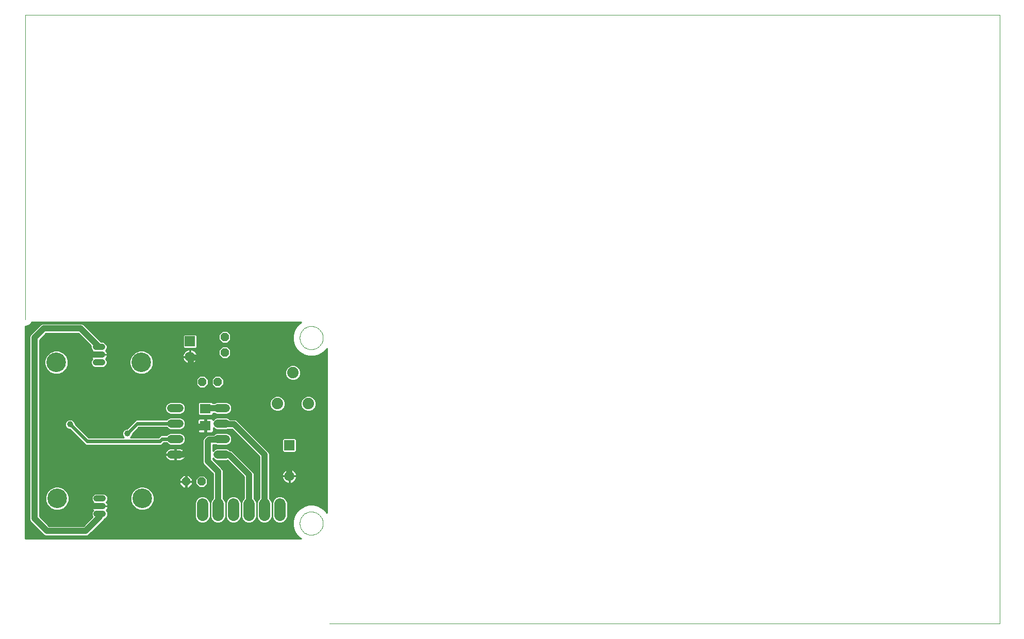
<source format=gtl>
G75*
G70*
%OFA0B0*%
%FSLAX24Y24*%
%IPPOS*%
%LPD*%
%AMOC8*
5,1,8,0,0,1.08239X$1,22.5*
%
%ADD10C,0.0000*%
%ADD11C,0.0520*%
%ADD12C,0.0397*%
%ADD13C,0.1266*%
%ADD14C,0.0740*%
%ADD15C,0.0740*%
%ADD16R,0.0709X0.0630*%
%ADD17C,0.0650*%
%ADD18R,0.0650X0.0650*%
%ADD19OC8,0.0520*%
%ADD20C,0.0240*%
%ADD21C,0.0396*%
%ADD22C,0.0400*%
%ADD23C,0.0100*%
D10*
X017900Y006600D02*
X017902Y006654D01*
X017908Y006708D01*
X017918Y006761D01*
X017931Y006814D01*
X017948Y006865D01*
X017969Y006915D01*
X017994Y006963D01*
X018022Y007010D01*
X018053Y007054D01*
X018087Y007096D01*
X018124Y007135D01*
X018164Y007172D01*
X018207Y007205D01*
X018252Y007236D01*
X018299Y007263D01*
X018347Y007286D01*
X018398Y007306D01*
X018449Y007323D01*
X018502Y007335D01*
X018555Y007344D01*
X018609Y007349D01*
X018664Y007350D01*
X018718Y007347D01*
X018771Y007340D01*
X018824Y007329D01*
X018877Y007315D01*
X018928Y007297D01*
X018977Y007275D01*
X019025Y007250D01*
X019071Y007221D01*
X019115Y007189D01*
X019156Y007154D01*
X019194Y007116D01*
X019230Y007075D01*
X019263Y007032D01*
X019293Y006987D01*
X019319Y006939D01*
X019342Y006890D01*
X019361Y006839D01*
X019376Y006788D01*
X019388Y006735D01*
X019396Y006681D01*
X019400Y006627D01*
X019400Y006573D01*
X019396Y006519D01*
X019388Y006465D01*
X019376Y006412D01*
X019361Y006361D01*
X019342Y006310D01*
X019319Y006261D01*
X019293Y006213D01*
X019263Y006168D01*
X019230Y006125D01*
X019194Y006084D01*
X019156Y006046D01*
X019115Y006011D01*
X019071Y005979D01*
X019025Y005950D01*
X018977Y005925D01*
X018928Y005903D01*
X018877Y005885D01*
X018824Y005871D01*
X018771Y005860D01*
X018718Y005853D01*
X018664Y005850D01*
X018609Y005851D01*
X018555Y005856D01*
X018502Y005865D01*
X018449Y005877D01*
X018398Y005894D01*
X018347Y005914D01*
X018299Y005937D01*
X018252Y005964D01*
X018207Y005995D01*
X018164Y006028D01*
X018124Y006065D01*
X018087Y006104D01*
X018053Y006146D01*
X018022Y006190D01*
X017994Y006237D01*
X017969Y006285D01*
X017948Y006335D01*
X017931Y006386D01*
X017918Y006439D01*
X017908Y006492D01*
X017902Y006546D01*
X017900Y006600D01*
X019835Y000100D02*
X063142Y000100D01*
X063142Y039470D01*
X000150Y039470D01*
X000150Y019785D01*
X017900Y018600D02*
X017902Y018654D01*
X017908Y018708D01*
X017918Y018761D01*
X017931Y018814D01*
X017948Y018865D01*
X017969Y018915D01*
X017994Y018963D01*
X018022Y019010D01*
X018053Y019054D01*
X018087Y019096D01*
X018124Y019135D01*
X018164Y019172D01*
X018207Y019205D01*
X018252Y019236D01*
X018299Y019263D01*
X018347Y019286D01*
X018398Y019306D01*
X018449Y019323D01*
X018502Y019335D01*
X018555Y019344D01*
X018609Y019349D01*
X018664Y019350D01*
X018718Y019347D01*
X018771Y019340D01*
X018824Y019329D01*
X018877Y019315D01*
X018928Y019297D01*
X018977Y019275D01*
X019025Y019250D01*
X019071Y019221D01*
X019115Y019189D01*
X019156Y019154D01*
X019194Y019116D01*
X019230Y019075D01*
X019263Y019032D01*
X019293Y018987D01*
X019319Y018939D01*
X019342Y018890D01*
X019361Y018839D01*
X019376Y018788D01*
X019388Y018735D01*
X019396Y018681D01*
X019400Y018627D01*
X019400Y018573D01*
X019396Y018519D01*
X019388Y018465D01*
X019376Y018412D01*
X019361Y018361D01*
X019342Y018310D01*
X019319Y018261D01*
X019293Y018213D01*
X019263Y018168D01*
X019230Y018125D01*
X019194Y018084D01*
X019156Y018046D01*
X019115Y018011D01*
X019071Y017979D01*
X019025Y017950D01*
X018977Y017925D01*
X018928Y017903D01*
X018877Y017885D01*
X018824Y017871D01*
X018771Y017860D01*
X018718Y017853D01*
X018664Y017850D01*
X018609Y017851D01*
X018555Y017856D01*
X018502Y017865D01*
X018449Y017877D01*
X018398Y017894D01*
X018347Y017914D01*
X018299Y017937D01*
X018252Y017964D01*
X018207Y017995D01*
X018164Y018028D01*
X018124Y018065D01*
X018087Y018104D01*
X018053Y018146D01*
X018022Y018190D01*
X017994Y018237D01*
X017969Y018285D01*
X017948Y018335D01*
X017931Y018386D01*
X017918Y018439D01*
X017908Y018492D01*
X017902Y018546D01*
X017900Y018600D01*
D11*
X013115Y014051D02*
X012595Y014051D01*
X012595Y013051D02*
X013115Y013051D01*
X013115Y012051D02*
X012595Y012051D01*
X012595Y011051D02*
X013115Y011051D01*
X010115Y011051D02*
X009595Y011051D01*
X009595Y012051D02*
X010115Y012051D01*
X010115Y013051D02*
X009595Y013051D01*
X009595Y014051D02*
X010115Y014051D01*
D12*
X005117Y017008D02*
X004720Y017008D01*
X004720Y017508D02*
X005117Y017508D01*
X005117Y018008D02*
X004720Y018008D01*
X004769Y008204D02*
X005166Y008204D01*
X005166Y007704D02*
X004769Y007704D01*
X004769Y007204D02*
X005166Y007204D01*
D13*
X007718Y008204D03*
X002218Y008204D03*
X002168Y017008D03*
X007668Y017008D03*
D14*
X011613Y007845D02*
X011613Y007105D01*
X012613Y007105D02*
X012613Y007845D01*
X013613Y007845D02*
X013613Y007105D01*
X014613Y007105D02*
X014613Y007845D01*
X015613Y007845D02*
X015613Y007105D01*
X016613Y007105D02*
X016613Y007845D01*
D15*
X016462Y014337D03*
X018462Y014337D03*
X017462Y016337D03*
D16*
X011804Y014014D03*
X011804Y012912D03*
D17*
X017228Y009653D03*
X010804Y017376D03*
D18*
X010804Y018376D03*
X017228Y011653D03*
D19*
X011550Y009300D03*
X010550Y009300D03*
X011600Y015750D03*
X012600Y015750D03*
X013050Y017650D03*
X013050Y018650D03*
D20*
X009855Y013051D02*
X007401Y013051D01*
X006750Y012400D01*
X008850Y011900D02*
X004150Y011900D01*
X003050Y013000D01*
X008850Y011900D02*
X009001Y012051D01*
X009855Y012051D01*
D21*
X006750Y012400D03*
X003050Y013000D03*
X004950Y017500D03*
D22*
X004250Y017500D01*
X001450Y014700D01*
X001450Y010521D01*
X004250Y007721D01*
X004950Y007721D01*
X004968Y007704D01*
X004968Y007204D02*
X004968Y007018D01*
X004050Y006100D01*
X001550Y006100D01*
X000750Y006900D01*
X000750Y018600D01*
X001350Y019200D01*
X003726Y019200D01*
X004918Y018008D01*
X010804Y017376D02*
X010850Y017330D01*
X010850Y013200D01*
X011200Y012850D01*
X011400Y012850D01*
X011742Y012850D01*
X011804Y012912D01*
X011400Y012850D02*
X010900Y012350D01*
X010900Y011600D01*
X010351Y011051D01*
X009855Y011051D01*
X011950Y010600D02*
X011950Y011900D01*
X012050Y012000D01*
X012804Y012000D01*
X012855Y012051D01*
X012906Y013000D02*
X012855Y013051D01*
X012906Y013000D02*
X013650Y013000D01*
X015613Y011037D01*
X015613Y007475D01*
X014613Y007475D02*
X014613Y009737D01*
X013350Y011000D01*
X012906Y011000D01*
X012855Y011051D01*
X011950Y010600D02*
X012613Y009937D01*
X012613Y007475D01*
X017228Y009653D02*
X017228Y010322D01*
X016350Y011200D01*
X016350Y012200D01*
X013750Y014800D01*
X013750Y015700D01*
X013150Y016300D01*
X013150Y016400D01*
X012250Y017300D01*
X010880Y017300D01*
X010804Y017376D01*
X011841Y014051D02*
X011804Y014014D01*
X011841Y014051D02*
X012855Y014051D01*
D23*
X017982Y005600D02*
X000150Y005600D01*
X000150Y019335D01*
X000240Y019335D01*
X000405Y019404D01*
X000531Y019530D01*
X000560Y019600D01*
X017982Y019600D01*
X017913Y019560D01*
X017690Y019337D01*
X017532Y019063D01*
X017450Y018758D01*
X017450Y018442D01*
X017532Y018137D01*
X017690Y017863D01*
X017913Y017640D01*
X018187Y017482D01*
X018492Y017400D01*
X018808Y017400D01*
X019113Y017482D01*
X019387Y017640D01*
X019610Y017863D01*
X019650Y017932D01*
X019650Y007268D01*
X019610Y007337D01*
X019387Y007560D01*
X019113Y007718D01*
X018808Y007800D01*
X018492Y007800D01*
X018187Y007718D01*
X017913Y007560D01*
X017690Y007337D01*
X017532Y007063D01*
X017450Y006758D01*
X017450Y006442D01*
X017532Y006137D01*
X017690Y005863D01*
X017913Y005640D01*
X017982Y005600D01*
X017954Y005616D02*
X000150Y005616D01*
X000150Y005715D02*
X017838Y005715D01*
X017740Y005813D02*
X004219Y005813D01*
X004237Y005820D02*
X004330Y005913D01*
X005247Y006831D01*
X005273Y006892D01*
X005352Y006925D01*
X005445Y007018D01*
X005495Y007138D01*
X005495Y007269D01*
X005445Y007390D01*
X005395Y007439D01*
X005437Y007481D01*
X005475Y007539D01*
X005501Y007602D01*
X005515Y007669D01*
X005515Y007704D01*
X005515Y007738D01*
X005501Y007805D01*
X005475Y007869D01*
X005437Y007926D01*
X005395Y007968D01*
X005445Y008018D01*
X005495Y008138D01*
X005495Y008269D01*
X005445Y008390D01*
X005352Y008482D01*
X005231Y008532D01*
X004704Y008532D01*
X004583Y008482D01*
X004491Y008390D01*
X004441Y008269D01*
X004441Y008138D01*
X004491Y008018D01*
X004541Y007968D01*
X004499Y007926D01*
X004461Y007869D01*
X004434Y007805D01*
X004421Y007738D01*
X004421Y007704D01*
X004968Y007704D01*
X005515Y007704D01*
X004968Y007704D01*
X004968Y007704D01*
X004968Y007704D01*
X004421Y007704D01*
X004421Y007669D01*
X004434Y007602D01*
X004461Y007539D01*
X004499Y007481D01*
X004541Y007439D01*
X004491Y007390D01*
X004441Y007269D01*
X004441Y007138D01*
X004491Y007018D01*
X004496Y007013D01*
X003913Y006430D01*
X001687Y006430D01*
X001080Y007037D01*
X001080Y018463D01*
X001487Y018870D01*
X003590Y018870D01*
X004391Y018068D01*
X004391Y017943D01*
X004441Y017822D01*
X004491Y017772D01*
X004449Y017730D01*
X004411Y017673D01*
X004385Y017610D01*
X004371Y017543D01*
X004371Y017508D01*
X004371Y017474D01*
X004385Y017407D01*
X004411Y017343D01*
X004449Y017286D01*
X004491Y017244D01*
X004441Y017194D01*
X004391Y017074D01*
X004391Y016943D01*
X004441Y016822D01*
X004534Y016730D01*
X004654Y016680D01*
X005182Y016680D01*
X005303Y016730D01*
X005395Y016822D01*
X005445Y016943D01*
X005445Y017074D01*
X005395Y017194D01*
X005345Y017244D01*
X005387Y017286D01*
X005425Y017343D01*
X005452Y017407D01*
X005465Y017474D01*
X005465Y017508D01*
X004918Y017508D01*
X004371Y017508D01*
X004918Y017508D01*
X004918Y017508D01*
X004918Y017508D01*
X005465Y017508D01*
X005465Y017543D01*
X005452Y017610D01*
X005425Y017673D01*
X005387Y017730D01*
X005345Y017772D01*
X005395Y017822D01*
X005445Y017943D01*
X005445Y018074D01*
X005395Y018194D01*
X005303Y018287D01*
X005182Y018337D01*
X005056Y018337D01*
X003913Y019480D01*
X003792Y019530D01*
X001284Y019530D01*
X001163Y019480D01*
X001070Y019387D01*
X000470Y018787D01*
X000420Y018666D01*
X000420Y006834D01*
X000470Y006713D01*
X000563Y006620D01*
X001363Y005820D01*
X001484Y005770D01*
X004116Y005770D01*
X004237Y005820D01*
X004328Y005912D02*
X017662Y005912D01*
X017605Y006010D02*
X004427Y006010D01*
X004525Y006109D02*
X017548Y006109D01*
X017513Y006207D02*
X004624Y006207D01*
X004722Y006306D02*
X017487Y006306D01*
X017460Y006404D02*
X004821Y006404D01*
X004919Y006503D02*
X017450Y006503D01*
X017450Y006601D02*
X005018Y006601D01*
X005116Y006700D02*
X011311Y006700D01*
X011329Y006681D02*
X011513Y006605D01*
X011712Y006605D01*
X011896Y006681D01*
X012036Y006822D01*
X012113Y007005D01*
X012189Y006822D01*
X012329Y006681D01*
X012513Y006605D01*
X012712Y006605D01*
X012896Y006681D01*
X013036Y006822D01*
X013113Y007005D01*
X013189Y006822D01*
X013329Y006681D01*
X013513Y006605D01*
X013712Y006605D01*
X013896Y006681D01*
X014036Y006822D01*
X014113Y007005D01*
X014189Y006822D01*
X014329Y006681D01*
X014513Y006605D01*
X014712Y006605D01*
X014896Y006681D01*
X015036Y006822D01*
X015113Y007005D01*
X015189Y006822D01*
X015329Y006681D01*
X015513Y006605D01*
X015712Y006605D01*
X015896Y006681D01*
X016036Y006822D01*
X016113Y007005D01*
X016189Y006822D01*
X016329Y006681D01*
X016513Y006605D01*
X016712Y006605D01*
X016896Y006681D01*
X017036Y006822D01*
X017113Y007005D01*
X017113Y007944D01*
X017036Y008128D01*
X016896Y008269D01*
X016712Y008345D01*
X016513Y008345D01*
X016329Y008269D01*
X016189Y008128D01*
X016113Y007944D01*
X016113Y007005D01*
X016113Y007944D01*
X016036Y008128D01*
X015943Y008222D01*
X015943Y011103D01*
X015892Y011224D01*
X013930Y013187D01*
X013837Y013280D01*
X013716Y013330D01*
X013387Y013330D01*
X013336Y013382D01*
X013192Y013441D01*
X012517Y013441D01*
X012374Y013382D01*
X012290Y013298D01*
X012278Y013319D01*
X012250Y013347D01*
X012216Y013367D01*
X012178Y013377D01*
X011854Y013377D01*
X011854Y012962D01*
X011754Y012962D01*
X011754Y013377D01*
X011429Y013377D01*
X011391Y013367D01*
X011357Y013347D01*
X011329Y013319D01*
X011309Y013285D01*
X011299Y013247D01*
X011299Y012962D01*
X011754Y012962D01*
X011754Y012862D01*
X011854Y012862D01*
X011854Y012447D01*
X012178Y012447D01*
X012216Y012457D01*
X012250Y012477D01*
X012278Y012505D01*
X012298Y012539D01*
X012308Y012577D01*
X012308Y012786D01*
X012374Y012721D01*
X012517Y012661D01*
X013192Y012661D01*
X013214Y012670D01*
X013513Y012670D01*
X015283Y010901D01*
X015283Y008222D01*
X015189Y008128D01*
X015113Y007944D01*
X015113Y007005D01*
X015113Y007944D01*
X015036Y008128D01*
X014943Y008222D01*
X014943Y009803D01*
X014892Y009924D01*
X013630Y011187D01*
X013537Y011280D01*
X013416Y011330D01*
X013387Y011330D01*
X013336Y011382D01*
X013192Y011441D01*
X012517Y011441D01*
X012374Y011382D01*
X012280Y011288D01*
X012280Y011670D01*
X012496Y011670D01*
X012517Y011661D01*
X013192Y011661D01*
X013336Y011721D01*
X013445Y011830D01*
X013505Y011974D01*
X013505Y012129D01*
X013445Y012272D01*
X013336Y012382D01*
X013192Y012441D01*
X012517Y012441D01*
X012374Y012382D01*
X012322Y012330D01*
X011984Y012330D01*
X011863Y012280D01*
X011770Y012187D01*
X011670Y012087D01*
X011620Y011966D01*
X011620Y010534D01*
X011670Y010413D01*
X011763Y010320D01*
X012283Y009801D01*
X012283Y008222D01*
X012189Y008128D01*
X012113Y007944D01*
X012113Y007005D01*
X012113Y007944D01*
X012036Y008128D01*
X011896Y008269D01*
X011712Y008345D01*
X011513Y008345D01*
X011329Y008269D01*
X011189Y008128D01*
X011113Y007944D01*
X011113Y007005D01*
X011189Y006822D01*
X011329Y006681D01*
X011212Y006798D02*
X005215Y006798D01*
X005283Y006897D02*
X011158Y006897D01*
X011117Y006995D02*
X005422Y006995D01*
X005476Y007094D02*
X011113Y007094D01*
X011113Y007192D02*
X005495Y007192D01*
X005486Y007291D02*
X011113Y007291D01*
X011113Y007389D02*
X005445Y007389D01*
X005441Y007488D02*
X007452Y007488D01*
X007566Y007440D02*
X007870Y007440D01*
X008150Y007557D01*
X008365Y007771D01*
X008481Y008052D01*
X008481Y008355D01*
X008365Y008636D01*
X008150Y008850D01*
X007870Y008967D01*
X007566Y008967D01*
X007285Y008850D01*
X007071Y008636D01*
X006955Y008355D01*
X006955Y008052D01*
X007071Y007771D01*
X007285Y007557D01*
X007566Y007440D01*
X007256Y007586D02*
X005495Y007586D01*
X005515Y007685D02*
X007158Y007685D01*
X007066Y007783D02*
X005506Y007783D01*
X005466Y007882D02*
X007025Y007882D01*
X006984Y007980D02*
X005407Y007980D01*
X005470Y008079D02*
X006955Y008079D01*
X006955Y008177D02*
X005495Y008177D01*
X005492Y008276D02*
X006955Y008276D01*
X006962Y008374D02*
X005451Y008374D01*
X005362Y008473D02*
X007003Y008473D01*
X007044Y008571D02*
X002891Y008571D01*
X002865Y008636D02*
X002650Y008850D01*
X002370Y008967D01*
X002066Y008967D01*
X001785Y008850D01*
X001571Y008636D01*
X001455Y008355D01*
X001455Y008052D01*
X001571Y007771D01*
X001785Y007557D01*
X002066Y007440D01*
X002370Y007440D01*
X002650Y007557D01*
X002865Y007771D01*
X002981Y008052D01*
X002981Y008355D01*
X002865Y008636D01*
X002831Y008670D02*
X007105Y008670D01*
X007203Y008768D02*
X002732Y008768D01*
X002611Y008867D02*
X007324Y008867D01*
X007562Y008965D02*
X002373Y008965D01*
X002062Y008965D02*
X001080Y008965D01*
X001080Y008867D02*
X001824Y008867D01*
X001703Y008768D02*
X001080Y008768D01*
X001080Y008670D02*
X001605Y008670D01*
X001544Y008571D02*
X001080Y008571D01*
X001080Y008473D02*
X001503Y008473D01*
X001462Y008374D02*
X001080Y008374D01*
X001080Y008276D02*
X001455Y008276D01*
X001455Y008177D02*
X001080Y008177D01*
X001080Y008079D02*
X001455Y008079D01*
X001484Y007980D02*
X001080Y007980D01*
X001080Y007882D02*
X001525Y007882D01*
X001566Y007783D02*
X001080Y007783D01*
X001080Y007685D02*
X001658Y007685D01*
X001756Y007586D02*
X001080Y007586D01*
X001080Y007488D02*
X001952Y007488D01*
X002483Y007488D02*
X004495Y007488D01*
X004491Y007389D02*
X001080Y007389D01*
X001080Y007291D02*
X004450Y007291D01*
X004441Y007192D02*
X001080Y007192D01*
X001080Y007094D02*
X004459Y007094D01*
X004478Y006995D02*
X001122Y006995D01*
X001220Y006897D02*
X004380Y006897D01*
X004281Y006798D02*
X001319Y006798D01*
X001417Y006700D02*
X004183Y006700D01*
X004084Y006601D02*
X001516Y006601D01*
X001614Y006503D02*
X003986Y006503D01*
X004441Y007586D02*
X002679Y007586D01*
X002778Y007685D02*
X004421Y007685D01*
X004430Y007783D02*
X002869Y007783D01*
X002910Y007882D02*
X004469Y007882D01*
X004528Y007980D02*
X002951Y007980D01*
X002981Y008079D02*
X004466Y008079D01*
X004441Y008177D02*
X002981Y008177D01*
X002981Y008276D02*
X004444Y008276D01*
X004484Y008374D02*
X002973Y008374D01*
X002932Y008473D02*
X004574Y008473D01*
X007873Y008965D02*
X010305Y008965D01*
X010380Y008890D02*
X010520Y008890D01*
X010520Y009270D01*
X010580Y009270D01*
X010580Y009330D01*
X010960Y009330D01*
X010960Y009470D01*
X010720Y009710D01*
X010580Y009710D01*
X010580Y009330D01*
X010520Y009330D01*
X010520Y009710D01*
X010380Y009710D01*
X010140Y009470D01*
X010140Y009330D01*
X010520Y009330D01*
X010520Y009270D01*
X010140Y009270D01*
X010140Y009130D01*
X010380Y008890D01*
X010520Y008965D02*
X010580Y008965D01*
X010580Y008890D02*
X010720Y008890D01*
X010960Y009130D01*
X010960Y009270D01*
X010580Y009270D01*
X010580Y008890D01*
X010580Y009064D02*
X010520Y009064D01*
X010520Y009162D02*
X010580Y009162D01*
X010580Y009261D02*
X010520Y009261D01*
X010520Y009359D02*
X010580Y009359D01*
X010580Y009458D02*
X010520Y009458D01*
X010520Y009556D02*
X010580Y009556D01*
X010580Y009655D02*
X010520Y009655D01*
X010325Y009655D02*
X001080Y009655D01*
X001080Y009753D02*
X012283Y009753D01*
X012283Y009655D02*
X011747Y009655D01*
X011712Y009690D02*
X011388Y009690D01*
X011160Y009462D01*
X011160Y009138D01*
X011388Y008910D01*
X011712Y008910D01*
X011940Y009138D01*
X011940Y009462D01*
X011712Y009690D01*
X011846Y009556D02*
X012283Y009556D01*
X012283Y009458D02*
X011940Y009458D01*
X011940Y009359D02*
X012283Y009359D01*
X012283Y009261D02*
X011940Y009261D01*
X011940Y009162D02*
X012283Y009162D01*
X012283Y009064D02*
X011865Y009064D01*
X011767Y008965D02*
X012283Y008965D01*
X012283Y008867D02*
X008111Y008867D01*
X008232Y008768D02*
X012283Y008768D01*
X012283Y008670D02*
X008331Y008670D01*
X008391Y008571D02*
X012283Y008571D01*
X012283Y008473D02*
X008432Y008473D01*
X008473Y008374D02*
X012283Y008374D01*
X012283Y008276D02*
X011879Y008276D01*
X011987Y008177D02*
X012238Y008177D01*
X012168Y008079D02*
X012057Y008079D01*
X012098Y007980D02*
X012127Y007980D01*
X012113Y007882D02*
X012113Y007882D01*
X012113Y007783D02*
X012113Y007783D01*
X012113Y007685D02*
X012113Y007685D01*
X012113Y007586D02*
X012113Y007586D01*
X012113Y007488D02*
X012113Y007488D01*
X012113Y007389D02*
X012113Y007389D01*
X012113Y007291D02*
X012113Y007291D01*
X012113Y007192D02*
X012113Y007192D01*
X012113Y007094D02*
X012113Y007094D01*
X012108Y006995D02*
X012117Y006995D01*
X012158Y006897D02*
X012068Y006897D01*
X012013Y006798D02*
X012212Y006798D01*
X012311Y006700D02*
X011914Y006700D01*
X012914Y006700D02*
X013311Y006700D01*
X013212Y006798D02*
X013013Y006798D01*
X013068Y006897D02*
X013158Y006897D01*
X013117Y006995D02*
X013108Y006995D01*
X013113Y007005D02*
X013113Y007944D01*
X013113Y007005D01*
X013113Y007094D02*
X013113Y007094D01*
X013113Y007192D02*
X013113Y007192D01*
X013113Y007291D02*
X013113Y007291D01*
X013113Y007389D02*
X013113Y007389D01*
X013113Y007488D02*
X013113Y007488D01*
X013113Y007586D02*
X013113Y007586D01*
X013113Y007685D02*
X013113Y007685D01*
X013113Y007783D02*
X013113Y007783D01*
X013113Y007882D02*
X013113Y007882D01*
X013113Y007944D02*
X013189Y008128D01*
X013329Y008269D01*
X013513Y008345D01*
X013712Y008345D01*
X013896Y008269D01*
X014036Y008128D01*
X014113Y007944D01*
X014113Y007005D01*
X014113Y007944D01*
X014189Y008128D01*
X014283Y008222D01*
X014283Y009601D01*
X013213Y010670D01*
X013192Y010661D01*
X012517Y010661D01*
X012374Y010721D01*
X012280Y010814D01*
X012280Y010737D01*
X012892Y010124D01*
X012943Y010003D01*
X012943Y008222D01*
X013036Y008128D01*
X013113Y007944D01*
X013127Y007980D02*
X013098Y007980D01*
X013057Y008079D02*
X013168Y008079D01*
X013238Y008177D02*
X012987Y008177D01*
X012943Y008276D02*
X013346Y008276D01*
X012943Y008374D02*
X014283Y008374D01*
X014283Y008276D02*
X013879Y008276D01*
X013987Y008177D02*
X014238Y008177D01*
X014168Y008079D02*
X014057Y008079D01*
X014098Y007980D02*
X014127Y007980D01*
X014113Y007882D02*
X014113Y007882D01*
X014113Y007783D02*
X014113Y007783D01*
X014113Y007685D02*
X014113Y007685D01*
X014113Y007586D02*
X014113Y007586D01*
X014113Y007488D02*
X014113Y007488D01*
X014113Y007389D02*
X014113Y007389D01*
X014113Y007291D02*
X014113Y007291D01*
X014113Y007192D02*
X014113Y007192D01*
X014113Y007094D02*
X014113Y007094D01*
X014108Y006995D02*
X014117Y006995D01*
X014158Y006897D02*
X014068Y006897D01*
X014013Y006798D02*
X014212Y006798D01*
X014311Y006700D02*
X013914Y006700D01*
X014914Y006700D02*
X015311Y006700D01*
X015212Y006798D02*
X015013Y006798D01*
X015068Y006897D02*
X015158Y006897D01*
X015117Y006995D02*
X015108Y006995D01*
X015113Y007094D02*
X015113Y007094D01*
X015113Y007192D02*
X015113Y007192D01*
X015113Y007291D02*
X015113Y007291D01*
X015113Y007389D02*
X015113Y007389D01*
X015113Y007488D02*
X015113Y007488D01*
X015113Y007586D02*
X015113Y007586D01*
X015113Y007685D02*
X015113Y007685D01*
X015113Y007783D02*
X015113Y007783D01*
X015113Y007882D02*
X015113Y007882D01*
X015127Y007980D02*
X015098Y007980D01*
X015057Y008079D02*
X015168Y008079D01*
X015238Y008177D02*
X014987Y008177D01*
X014943Y008276D02*
X015283Y008276D01*
X015283Y008374D02*
X014943Y008374D01*
X014943Y008473D02*
X015283Y008473D01*
X015283Y008571D02*
X014943Y008571D01*
X014943Y008670D02*
X015283Y008670D01*
X015283Y008768D02*
X014943Y008768D01*
X014943Y008867D02*
X015283Y008867D01*
X015283Y008965D02*
X014943Y008965D01*
X014943Y009064D02*
X015283Y009064D01*
X015283Y009162D02*
X014943Y009162D01*
X014943Y009261D02*
X015283Y009261D01*
X015283Y009359D02*
X014943Y009359D01*
X014943Y009458D02*
X015283Y009458D01*
X015283Y009556D02*
X014943Y009556D01*
X014943Y009655D02*
X015283Y009655D01*
X015283Y009753D02*
X014943Y009753D01*
X014923Y009852D02*
X015283Y009852D01*
X015283Y009950D02*
X014867Y009950D01*
X014768Y010049D02*
X015283Y010049D01*
X015283Y010147D02*
X014670Y010147D01*
X014571Y010246D02*
X015283Y010246D01*
X015283Y010344D02*
X014473Y010344D01*
X014374Y010443D02*
X015283Y010443D01*
X015283Y010541D02*
X014276Y010541D01*
X014177Y010640D02*
X015283Y010640D01*
X015283Y010738D02*
X014079Y010738D01*
X013980Y010837D02*
X015283Y010837D01*
X015248Y010935D02*
X013882Y010935D01*
X013783Y011034D02*
X015150Y011034D01*
X015051Y011132D02*
X013685Y011132D01*
X013586Y011231D02*
X014953Y011231D01*
X014854Y011329D02*
X013418Y011329D01*
X013225Y011428D02*
X014756Y011428D01*
X014657Y011526D02*
X012280Y011526D01*
X012280Y011428D02*
X012484Y011428D01*
X012321Y011329D02*
X012280Y011329D01*
X012280Y011625D02*
X014559Y011625D01*
X014460Y011723D02*
X013338Y011723D01*
X013437Y011822D02*
X014362Y011822D01*
X014263Y011920D02*
X013483Y011920D01*
X013505Y012019D02*
X014165Y012019D01*
X014066Y012117D02*
X013505Y012117D01*
X013469Y012216D02*
X013968Y012216D01*
X013869Y012314D02*
X013403Y012314D01*
X013261Y012413D02*
X013771Y012413D01*
X013672Y012511D02*
X012282Y012511D01*
X012308Y012610D02*
X013574Y012610D01*
X014113Y013004D02*
X019650Y013004D01*
X019650Y013102D02*
X014015Y013102D01*
X013916Y013201D02*
X019650Y013201D01*
X019650Y013299D02*
X013790Y013299D01*
X013298Y013398D02*
X019650Y013398D01*
X019650Y013496D02*
X001080Y013496D01*
X001080Y013398D02*
X009412Y013398D01*
X009374Y013382D02*
X009293Y013301D01*
X007351Y013301D01*
X007260Y013263D01*
X006725Y012728D01*
X006685Y012728D01*
X006564Y012678D01*
X006472Y012586D01*
X006422Y012465D01*
X006422Y012335D01*
X006472Y012214D01*
X006536Y012150D01*
X004254Y012150D01*
X003378Y013025D01*
X003378Y013065D01*
X003328Y013186D01*
X003236Y013278D01*
X003115Y013328D01*
X002985Y013328D01*
X002864Y013278D01*
X002772Y013186D01*
X002722Y013065D01*
X002722Y012935D01*
X002772Y012814D01*
X002864Y012722D01*
X002985Y012672D01*
X003025Y012672D01*
X004008Y011688D01*
X004100Y011650D01*
X008900Y011650D01*
X008992Y011688D01*
X009062Y011758D01*
X009105Y011801D01*
X009293Y011801D01*
X009374Y011721D01*
X009517Y011661D01*
X010192Y011661D01*
X010336Y011721D01*
X010445Y011830D01*
X010505Y011974D01*
X010505Y012129D01*
X010445Y012272D01*
X010336Y012382D01*
X010192Y012441D01*
X009517Y012441D01*
X009374Y012382D01*
X009293Y012301D01*
X008951Y012301D01*
X008860Y012263D01*
X008746Y012150D01*
X006964Y012150D01*
X007028Y012214D01*
X007078Y012335D01*
X007078Y012375D01*
X007505Y012801D01*
X009293Y012801D01*
X009374Y012721D01*
X009517Y012661D01*
X010192Y012661D01*
X010336Y012721D01*
X010445Y012830D01*
X010505Y012974D01*
X010505Y013129D01*
X010445Y013272D01*
X010336Y013382D01*
X010192Y013441D01*
X009517Y013441D01*
X009374Y013382D01*
X009517Y013661D02*
X009374Y013721D01*
X009264Y013830D01*
X009205Y013974D01*
X009205Y014129D01*
X009264Y014272D01*
X009374Y014382D01*
X009517Y014441D01*
X010192Y014441D01*
X010336Y014382D01*
X010445Y014272D01*
X010505Y014129D01*
X010505Y013974D01*
X010445Y013830D01*
X010336Y013721D01*
X010192Y013661D01*
X009517Y013661D01*
X009440Y013693D02*
X001080Y013693D01*
X001080Y013595D02*
X011370Y013595D01*
X011395Y013569D02*
X011319Y013645D01*
X011319Y014383D01*
X011395Y014459D01*
X012212Y014459D01*
X012288Y014383D01*
X012288Y014381D01*
X012373Y014381D01*
X012374Y014382D01*
X012517Y014441D01*
X013192Y014441D01*
X013336Y014382D01*
X013445Y014272D01*
X013505Y014129D01*
X013505Y013974D01*
X013445Y013830D01*
X013336Y013721D01*
X013192Y013661D01*
X012517Y013661D01*
X012374Y013721D01*
X012373Y013721D01*
X012288Y013721D01*
X012288Y013645D01*
X012212Y013569D01*
X011395Y013569D01*
X011319Y013693D02*
X010269Y013693D01*
X010407Y013792D02*
X011319Y013792D01*
X011319Y013890D02*
X010470Y013890D01*
X010505Y013989D02*
X011319Y013989D01*
X011319Y014087D02*
X010505Y014087D01*
X010481Y014186D02*
X011319Y014186D01*
X011319Y014284D02*
X010433Y014284D01*
X010334Y014383D02*
X011319Y014383D01*
X012288Y014383D02*
X012376Y014383D01*
X012440Y013693D02*
X012288Y013693D01*
X012237Y013595D02*
X019650Y013595D01*
X019650Y013693D02*
X013269Y013693D01*
X013407Y013792D02*
X019650Y013792D01*
X019650Y013890D02*
X018689Y013890D01*
X018745Y013914D02*
X018886Y014054D01*
X018962Y014238D01*
X018962Y014437D01*
X018886Y014621D01*
X018745Y014761D01*
X018562Y014837D01*
X018363Y014837D01*
X018179Y014761D01*
X018038Y014621D01*
X017962Y014437D01*
X017962Y014238D01*
X018038Y014054D01*
X018179Y013914D01*
X018363Y013837D01*
X018562Y013837D01*
X018745Y013914D01*
X018820Y013989D02*
X019650Y013989D01*
X019650Y014087D02*
X018900Y014087D01*
X018940Y014186D02*
X019650Y014186D01*
X019650Y014284D02*
X018962Y014284D01*
X018962Y014383D02*
X019650Y014383D01*
X019650Y014481D02*
X018944Y014481D01*
X018903Y014580D02*
X019650Y014580D01*
X019650Y014678D02*
X018829Y014678D01*
X018709Y014777D02*
X019650Y014777D01*
X019650Y014875D02*
X001080Y014875D01*
X001080Y014777D02*
X016216Y014777D01*
X016179Y014761D02*
X016038Y014621D01*
X015962Y014437D01*
X015962Y014238D01*
X016038Y014054D01*
X016179Y013914D01*
X016363Y013837D01*
X016562Y013837D01*
X016745Y013914D01*
X016886Y014054D01*
X016962Y014238D01*
X016962Y014437D01*
X016886Y014621D01*
X016745Y014761D01*
X016562Y014837D01*
X016363Y014837D01*
X016179Y014761D01*
X016096Y014678D02*
X001080Y014678D01*
X001080Y014580D02*
X016021Y014580D01*
X015981Y014481D02*
X001080Y014481D01*
X001080Y014383D02*
X009376Y014383D01*
X009276Y014284D02*
X001080Y014284D01*
X001080Y014186D02*
X009228Y014186D01*
X009205Y014087D02*
X001080Y014087D01*
X001080Y013989D02*
X009205Y013989D01*
X009239Y013890D02*
X001080Y013890D01*
X001080Y013792D02*
X009303Y013792D01*
X010298Y013398D02*
X012412Y013398D01*
X012291Y013299D02*
X012289Y013299D01*
X011854Y013299D02*
X011754Y013299D01*
X011754Y013201D02*
X011854Y013201D01*
X011854Y013102D02*
X011754Y013102D01*
X011754Y013004D02*
X011854Y013004D01*
X011754Y012905D02*
X010476Y012905D01*
X010505Y013004D02*
X011299Y013004D01*
X011299Y013102D02*
X010505Y013102D01*
X010475Y013201D02*
X011299Y013201D01*
X011318Y013299D02*
X010418Y013299D01*
X010422Y012807D02*
X011299Y012807D01*
X011299Y012862D02*
X011299Y012577D01*
X011309Y012539D01*
X011329Y012505D01*
X011357Y012477D01*
X011391Y012457D01*
X011429Y012447D01*
X011754Y012447D01*
X011754Y012862D01*
X011299Y012862D01*
X011299Y012708D02*
X010305Y012708D01*
X010261Y012413D02*
X012448Y012413D01*
X012404Y012708D02*
X012308Y012708D01*
X011854Y012708D02*
X011754Y012708D01*
X011754Y012610D02*
X011854Y012610D01*
X011854Y012511D02*
X011754Y012511D01*
X011946Y012314D02*
X010403Y012314D01*
X010469Y012216D02*
X011799Y012216D01*
X011700Y012117D02*
X010505Y012117D01*
X010505Y012019D02*
X011642Y012019D01*
X011620Y011920D02*
X010483Y011920D01*
X010437Y011822D02*
X011620Y011822D01*
X011620Y011723D02*
X010338Y011723D01*
X010272Y011431D02*
X010211Y011451D01*
X010147Y011461D01*
X009885Y011461D01*
X009885Y011081D01*
X010525Y011081D01*
X010525Y011083D01*
X010515Y011147D01*
X010495Y011209D01*
X010465Y011266D01*
X010427Y011318D01*
X010382Y011364D01*
X010330Y011402D01*
X010272Y011431D01*
X010279Y011428D02*
X011620Y011428D01*
X011620Y011526D02*
X001080Y011526D01*
X001080Y011428D02*
X009430Y011428D01*
X009437Y011431D02*
X009380Y011402D01*
X009328Y011364D01*
X009282Y011318D01*
X009244Y011266D01*
X009215Y011209D01*
X009195Y011147D01*
X009185Y011083D01*
X009185Y011081D01*
X009825Y011081D01*
X009825Y011461D01*
X009562Y011461D01*
X009499Y011451D01*
X009437Y011431D01*
X009293Y011329D02*
X001080Y011329D01*
X001080Y011231D02*
X009226Y011231D01*
X009192Y011132D02*
X001080Y011132D01*
X001080Y011034D02*
X009825Y011034D01*
X009825Y011021D02*
X009185Y011021D01*
X009185Y011019D01*
X009195Y010955D01*
X009215Y010894D01*
X009244Y010836D01*
X009282Y010784D01*
X009328Y010738D01*
X001080Y010738D01*
X001080Y010640D02*
X011620Y010640D01*
X011620Y010738D02*
X010381Y010738D01*
X010382Y010738D02*
X010427Y010784D01*
X010465Y010836D01*
X010495Y010894D01*
X010515Y010955D01*
X010525Y011019D01*
X010525Y011021D01*
X009885Y011021D01*
X009885Y011081D01*
X009825Y011081D01*
X009825Y011021D01*
X009885Y011021D01*
X009885Y010641D01*
X010147Y010641D01*
X010211Y010651D01*
X010272Y010671D01*
X010330Y010701D01*
X010382Y010738D01*
X010466Y010837D02*
X011620Y010837D01*
X011620Y010935D02*
X010508Y010935D01*
X010517Y011132D02*
X011620Y011132D01*
X011620Y011034D02*
X009885Y011034D01*
X009825Y011021D02*
X009825Y010641D01*
X009562Y010641D01*
X009499Y010651D01*
X009437Y010671D01*
X009380Y010701D01*
X009328Y010738D01*
X009244Y010837D02*
X001080Y010837D01*
X001080Y010935D02*
X009201Y010935D01*
X009825Y010935D02*
X009885Y010935D01*
X009885Y010837D02*
X009825Y010837D01*
X009825Y010738D02*
X009885Y010738D01*
X009885Y011132D02*
X009825Y011132D01*
X009825Y011231D02*
X009885Y011231D01*
X009885Y011329D02*
X009825Y011329D01*
X009825Y011428D02*
X009885Y011428D01*
X010417Y011329D02*
X011620Y011329D01*
X011620Y011231D02*
X010483Y011231D01*
X011620Y011625D02*
X001080Y011625D01*
X001080Y011723D02*
X003973Y011723D01*
X003875Y011822D02*
X001080Y011822D01*
X001080Y011920D02*
X003776Y011920D01*
X003678Y012019D02*
X001080Y012019D01*
X001080Y012117D02*
X003579Y012117D01*
X003481Y012216D02*
X001080Y012216D01*
X001080Y012314D02*
X003382Y012314D01*
X003284Y012413D02*
X001080Y012413D01*
X001080Y012511D02*
X003185Y012511D01*
X003087Y012610D02*
X001080Y012610D01*
X001080Y012708D02*
X002897Y012708D01*
X002779Y012807D02*
X001080Y012807D01*
X001080Y012905D02*
X002734Y012905D01*
X002722Y013004D02*
X001080Y013004D01*
X001080Y013102D02*
X002737Y013102D01*
X002787Y013201D02*
X001080Y013201D01*
X001080Y013299D02*
X002915Y013299D01*
X003185Y013299D02*
X007346Y013299D01*
X007197Y013201D02*
X003313Y013201D01*
X003363Y013102D02*
X007098Y013102D01*
X007000Y013004D02*
X003400Y013004D01*
X003499Y012905D02*
X006901Y012905D01*
X006803Y012807D02*
X003597Y012807D01*
X003696Y012708D02*
X006636Y012708D01*
X006496Y012610D02*
X003794Y012610D01*
X003893Y012511D02*
X006441Y012511D01*
X006422Y012413D02*
X003991Y012413D01*
X004090Y012314D02*
X006430Y012314D01*
X006471Y012216D02*
X004188Y012216D01*
X007029Y012216D02*
X008812Y012216D01*
X009306Y012314D02*
X007070Y012314D01*
X007116Y012413D02*
X009448Y012413D01*
X009404Y012708D02*
X007412Y012708D01*
X007313Y012610D02*
X011299Y012610D01*
X011326Y012511D02*
X007215Y012511D01*
X009027Y011723D02*
X009371Y011723D01*
X011620Y010541D02*
X001080Y010541D01*
X001080Y010443D02*
X011658Y010443D01*
X011739Y010344D02*
X001080Y010344D01*
X001080Y010246D02*
X011838Y010246D01*
X011936Y010147D02*
X001080Y010147D01*
X001080Y010049D02*
X012035Y010049D01*
X012133Y009950D02*
X001080Y009950D01*
X001080Y009852D02*
X012232Y009852D01*
X012771Y010246D02*
X013638Y010246D01*
X013539Y010344D02*
X012673Y010344D01*
X012574Y010443D02*
X013441Y010443D01*
X013342Y010541D02*
X012476Y010541D01*
X012377Y010640D02*
X013244Y010640D01*
X012870Y010147D02*
X013736Y010147D01*
X013835Y010049D02*
X012924Y010049D01*
X012943Y009950D02*
X013933Y009950D01*
X014032Y009852D02*
X012943Y009852D01*
X012943Y009753D02*
X014130Y009753D01*
X014229Y009655D02*
X012943Y009655D01*
X012943Y009556D02*
X014283Y009556D01*
X014283Y009458D02*
X012943Y009458D01*
X012943Y009359D02*
X014283Y009359D01*
X014283Y009261D02*
X012943Y009261D01*
X012943Y009162D02*
X014283Y009162D01*
X014283Y009064D02*
X012943Y009064D01*
X012943Y008965D02*
X014283Y008965D01*
X014283Y008867D02*
X012943Y008867D01*
X012943Y008768D02*
X014283Y008768D01*
X014283Y008670D02*
X012943Y008670D01*
X012943Y008571D02*
X014283Y008571D01*
X014283Y008473D02*
X012943Y008473D01*
X011346Y008276D02*
X008481Y008276D01*
X008481Y008177D02*
X011238Y008177D01*
X011168Y008079D02*
X008481Y008079D01*
X008451Y007980D02*
X011127Y007980D01*
X011113Y007882D02*
X008410Y007882D01*
X008369Y007783D02*
X011113Y007783D01*
X011113Y007685D02*
X008278Y007685D01*
X008179Y007586D02*
X011113Y007586D01*
X011113Y007488D02*
X007983Y007488D01*
X010207Y009064D02*
X001080Y009064D01*
X001080Y009162D02*
X010140Y009162D01*
X010140Y009261D02*
X001080Y009261D01*
X001080Y009359D02*
X010140Y009359D01*
X010140Y009458D02*
X001080Y009458D01*
X001080Y009556D02*
X010226Y009556D01*
X010775Y009655D02*
X011353Y009655D01*
X011254Y009556D02*
X010874Y009556D01*
X010960Y009458D02*
X011160Y009458D01*
X011160Y009359D02*
X010960Y009359D01*
X010960Y009261D02*
X011160Y009261D01*
X011160Y009162D02*
X010960Y009162D01*
X010893Y009064D02*
X011235Y009064D01*
X011333Y008965D02*
X010795Y008965D01*
X012280Y010738D02*
X012356Y010738D01*
X014507Y012610D02*
X019650Y012610D01*
X019650Y012708D02*
X014409Y012708D01*
X014310Y012807D02*
X019650Y012807D01*
X019650Y012905D02*
X014212Y012905D01*
X014606Y012511D02*
X019650Y012511D01*
X019650Y012413D02*
X014704Y012413D01*
X014803Y012314D02*
X019650Y012314D01*
X019650Y012216D02*
X014901Y012216D01*
X015000Y012117D02*
X019650Y012117D01*
X019650Y012019D02*
X017683Y012019D01*
X017683Y012032D02*
X017606Y012108D01*
X016849Y012108D01*
X016773Y012032D01*
X016773Y011274D01*
X016849Y011198D01*
X017606Y011198D01*
X017683Y011274D01*
X017683Y012032D01*
X017683Y011920D02*
X019650Y011920D01*
X019650Y011822D02*
X017683Y011822D01*
X017683Y011723D02*
X019650Y011723D01*
X019650Y011625D02*
X017683Y011625D01*
X017683Y011526D02*
X019650Y011526D01*
X019650Y011428D02*
X017683Y011428D01*
X017683Y011329D02*
X019650Y011329D01*
X019650Y011231D02*
X017639Y011231D01*
X016816Y011231D02*
X015886Y011231D01*
X015931Y011132D02*
X019650Y011132D01*
X019650Y011034D02*
X015943Y011034D01*
X015943Y010935D02*
X019650Y010935D01*
X019650Y010837D02*
X015943Y010837D01*
X015943Y010738D02*
X019650Y010738D01*
X019650Y010640D02*
X015943Y010640D01*
X015943Y010541D02*
X019650Y010541D01*
X019650Y010443D02*
X015943Y010443D01*
X015943Y010344D02*
X019650Y010344D01*
X019650Y010246D02*
X015943Y010246D01*
X015943Y010147D02*
X019650Y010147D01*
X019650Y010049D02*
X017491Y010049D01*
X017477Y010059D02*
X017410Y010093D01*
X017339Y010116D01*
X017265Y010128D01*
X017246Y010128D01*
X017246Y009672D01*
X017209Y009672D01*
X017209Y010128D01*
X017190Y010128D01*
X017116Y010116D01*
X017045Y010093D01*
X016979Y010059D01*
X016918Y010015D01*
X016865Y009963D01*
X016821Y009902D01*
X016787Y009835D01*
X016764Y009764D01*
X016753Y009691D01*
X016753Y009672D01*
X017209Y009672D01*
X017209Y009634D01*
X017246Y009634D01*
X017246Y009178D01*
X017265Y009178D01*
X017339Y009190D01*
X017410Y009213D01*
X017477Y009247D01*
X017537Y009291D01*
X017590Y009344D01*
X017634Y009404D01*
X017668Y009471D01*
X017691Y009542D01*
X017703Y009616D01*
X017703Y009634D01*
X017246Y009634D01*
X017246Y009672D01*
X017703Y009672D01*
X017703Y009691D01*
X017691Y009764D01*
X017668Y009835D01*
X017634Y009902D01*
X017590Y009963D01*
X017537Y010015D01*
X017477Y010059D01*
X017599Y009950D02*
X019650Y009950D01*
X019650Y009852D02*
X017660Y009852D01*
X017693Y009753D02*
X019650Y009753D01*
X019650Y009655D02*
X017246Y009655D01*
X017209Y009655D02*
X015943Y009655D01*
X015943Y009753D02*
X016762Y009753D01*
X016796Y009852D02*
X015943Y009852D01*
X015943Y009950D02*
X016856Y009950D01*
X016964Y010049D02*
X015943Y010049D01*
X015943Y009556D02*
X016762Y009556D01*
X016764Y009542D02*
X016787Y009471D01*
X016821Y009404D01*
X016865Y009344D01*
X016918Y009291D01*
X016979Y009247D01*
X017045Y009213D01*
X017116Y009190D01*
X017190Y009178D01*
X017209Y009178D01*
X017209Y009634D01*
X016753Y009634D01*
X016753Y009616D01*
X016764Y009542D01*
X016794Y009458D02*
X015943Y009458D01*
X015943Y009359D02*
X016854Y009359D01*
X016960Y009261D02*
X015943Y009261D01*
X015943Y009162D02*
X019650Y009162D01*
X019650Y009064D02*
X015943Y009064D01*
X015943Y008965D02*
X019650Y008965D01*
X019650Y008867D02*
X015943Y008867D01*
X015943Y008768D02*
X019650Y008768D01*
X019650Y008670D02*
X015943Y008670D01*
X015943Y008571D02*
X019650Y008571D01*
X019650Y008473D02*
X015943Y008473D01*
X015943Y008374D02*
X019650Y008374D01*
X019650Y008276D02*
X016879Y008276D01*
X016987Y008177D02*
X019650Y008177D01*
X019650Y008079D02*
X017057Y008079D01*
X017098Y007980D02*
X019650Y007980D01*
X019650Y007882D02*
X017113Y007882D01*
X017113Y007783D02*
X018429Y007783D01*
X018128Y007685D02*
X017113Y007685D01*
X017113Y007586D02*
X017958Y007586D01*
X017840Y007488D02*
X017113Y007488D01*
X017113Y007389D02*
X017742Y007389D01*
X017663Y007291D02*
X017113Y007291D01*
X017113Y007192D02*
X017606Y007192D01*
X017549Y007094D02*
X017113Y007094D01*
X017108Y006995D02*
X017514Y006995D01*
X017487Y006897D02*
X017068Y006897D01*
X017013Y006798D02*
X017461Y006798D01*
X017450Y006700D02*
X016914Y006700D01*
X016311Y006700D02*
X015914Y006700D01*
X016013Y006798D02*
X016212Y006798D01*
X016158Y006897D02*
X016068Y006897D01*
X016108Y006995D02*
X016117Y006995D01*
X016113Y007094D02*
X016113Y007094D01*
X016113Y007192D02*
X016113Y007192D01*
X016113Y007291D02*
X016113Y007291D01*
X016113Y007389D02*
X016113Y007389D01*
X016113Y007488D02*
X016113Y007488D01*
X016113Y007586D02*
X016113Y007586D01*
X016113Y007685D02*
X016113Y007685D01*
X016113Y007783D02*
X016113Y007783D01*
X016113Y007882D02*
X016113Y007882D01*
X016127Y007980D02*
X016098Y007980D01*
X016057Y008079D02*
X016168Y008079D01*
X016238Y008177D02*
X015987Y008177D01*
X015943Y008276D02*
X016346Y008276D01*
X017209Y009261D02*
X017246Y009261D01*
X017246Y009359D02*
X017209Y009359D01*
X017209Y009458D02*
X017246Y009458D01*
X017246Y009556D02*
X017209Y009556D01*
X017209Y009753D02*
X017246Y009753D01*
X017246Y009852D02*
X017209Y009852D01*
X017209Y009950D02*
X017246Y009950D01*
X017246Y010049D02*
X017209Y010049D01*
X017693Y009556D02*
X019650Y009556D01*
X019650Y009458D02*
X017661Y009458D01*
X017601Y009359D02*
X019650Y009359D01*
X019650Y009261D02*
X017495Y009261D01*
X018871Y007783D02*
X019650Y007783D01*
X019650Y007685D02*
X019172Y007685D01*
X019342Y007586D02*
X019650Y007586D01*
X019650Y007488D02*
X019460Y007488D01*
X019558Y007389D02*
X019650Y007389D01*
X019637Y007291D02*
X019650Y007291D01*
X016773Y011329D02*
X015788Y011329D01*
X015689Y011428D02*
X016773Y011428D01*
X016773Y011526D02*
X015591Y011526D01*
X015492Y011625D02*
X016773Y011625D01*
X016773Y011723D02*
X015394Y011723D01*
X015295Y011822D02*
X016773Y011822D01*
X016773Y011920D02*
X015197Y011920D01*
X015098Y012019D02*
X016773Y012019D01*
X016689Y013890D02*
X018236Y013890D01*
X018104Y013989D02*
X016820Y013989D01*
X016900Y014087D02*
X018025Y014087D01*
X017984Y014186D02*
X016940Y014186D01*
X016962Y014284D02*
X017962Y014284D01*
X017962Y014383D02*
X016962Y014383D01*
X016944Y014481D02*
X017981Y014481D01*
X018021Y014580D02*
X016903Y014580D01*
X016829Y014678D02*
X018096Y014678D01*
X018216Y014777D02*
X016709Y014777D01*
X015962Y014383D02*
X013334Y014383D01*
X013433Y014284D02*
X015962Y014284D01*
X015984Y014186D02*
X013481Y014186D01*
X013505Y014087D02*
X016025Y014087D01*
X016104Y013989D02*
X013505Y013989D01*
X013470Y013890D02*
X016236Y013890D01*
X017179Y015914D02*
X017038Y016054D01*
X016962Y016238D01*
X016962Y016437D01*
X017038Y016621D01*
X017179Y016761D01*
X017363Y016837D01*
X017562Y016837D01*
X017745Y016761D01*
X017886Y016621D01*
X017962Y016437D01*
X017962Y016238D01*
X017886Y016054D01*
X017745Y015914D01*
X017562Y015837D01*
X017363Y015837D01*
X017179Y015914D01*
X017134Y015959D02*
X012943Y015959D01*
X012990Y015912D02*
X012762Y016140D01*
X012438Y016140D01*
X012210Y015912D01*
X012210Y015588D01*
X012438Y015360D01*
X012762Y015360D01*
X012990Y015588D01*
X012990Y015912D01*
X012990Y015860D02*
X017308Y015860D01*
X017616Y015860D02*
X019650Y015860D01*
X019650Y015762D02*
X012990Y015762D01*
X012990Y015663D02*
X019650Y015663D01*
X019650Y015565D02*
X012966Y015565D01*
X012868Y015466D02*
X019650Y015466D01*
X019650Y015368D02*
X012769Y015368D01*
X012431Y015368D02*
X011769Y015368D01*
X011762Y015360D02*
X011990Y015588D01*
X011990Y015912D01*
X011762Y016140D01*
X011438Y016140D01*
X011210Y015912D01*
X011210Y015588D01*
X011438Y015360D01*
X011762Y015360D01*
X011868Y015466D02*
X012332Y015466D01*
X012234Y015565D02*
X011966Y015565D01*
X011990Y015663D02*
X012210Y015663D01*
X012210Y015762D02*
X011990Y015762D01*
X011990Y015860D02*
X012210Y015860D01*
X012257Y015959D02*
X011943Y015959D01*
X011845Y016057D02*
X012355Y016057D01*
X012845Y016057D02*
X017037Y016057D01*
X016996Y016156D02*
X001080Y016156D01*
X001080Y016254D02*
X001995Y016254D01*
X002016Y016245D02*
X002320Y016245D01*
X002600Y016361D01*
X002815Y016576D01*
X002931Y016856D01*
X002931Y017160D01*
X002815Y017441D01*
X002600Y017655D01*
X002320Y017771D01*
X002016Y017771D01*
X001736Y017655D01*
X001521Y017441D01*
X001405Y017160D01*
X001405Y016856D01*
X001521Y016576D01*
X001736Y016361D01*
X002016Y016245D01*
X001757Y016353D02*
X001080Y016353D01*
X001080Y016451D02*
X001646Y016451D01*
X001548Y016550D02*
X001080Y016550D01*
X001080Y016648D02*
X001491Y016648D01*
X001451Y016747D02*
X001080Y016747D01*
X001080Y016845D02*
X001410Y016845D01*
X001405Y016944D02*
X001080Y016944D01*
X001080Y017042D02*
X001405Y017042D01*
X001405Y017141D02*
X001080Y017141D01*
X001080Y017239D02*
X001438Y017239D01*
X001479Y017338D02*
X001080Y017338D01*
X001080Y017436D02*
X001519Y017436D01*
X001615Y017535D02*
X001080Y017535D01*
X001080Y017633D02*
X001714Y017633D01*
X001920Y017732D02*
X001080Y017732D01*
X001080Y017830D02*
X004438Y017830D01*
X004450Y017732D02*
X002416Y017732D01*
X002622Y017633D02*
X004394Y017633D01*
X004371Y017535D02*
X002721Y017535D01*
X002817Y017436D02*
X004379Y017436D01*
X004415Y017338D02*
X002858Y017338D01*
X002898Y017239D02*
X004486Y017239D01*
X004419Y017141D02*
X002931Y017141D01*
X002931Y017042D02*
X004391Y017042D01*
X004391Y016944D02*
X002931Y016944D01*
X002926Y016845D02*
X004432Y016845D01*
X004517Y016747D02*
X002886Y016747D01*
X002845Y016648D02*
X006991Y016648D01*
X007021Y016576D02*
X007236Y016361D01*
X007516Y016245D01*
X007820Y016245D01*
X008100Y016361D01*
X008315Y016576D01*
X008431Y016856D01*
X008431Y017160D01*
X008315Y017441D01*
X008100Y017655D01*
X007820Y017771D01*
X007516Y017771D01*
X007236Y017655D01*
X007021Y017441D01*
X006905Y017160D01*
X006905Y016856D01*
X007021Y016576D01*
X007048Y016550D02*
X002789Y016550D01*
X002690Y016451D02*
X007146Y016451D01*
X007257Y016353D02*
X002579Y016353D01*
X002341Y016254D02*
X007495Y016254D01*
X007841Y016254D02*
X016962Y016254D01*
X016962Y016353D02*
X008079Y016353D01*
X008190Y016451D02*
X016968Y016451D01*
X017009Y016550D02*
X008289Y016550D01*
X008345Y016648D02*
X017066Y016648D01*
X017164Y016747D02*
X008386Y016747D01*
X008426Y016845D02*
X019650Y016845D01*
X019650Y016747D02*
X017760Y016747D01*
X017859Y016648D02*
X019650Y016648D01*
X019650Y016550D02*
X017916Y016550D01*
X017956Y016451D02*
X019650Y016451D01*
X019650Y016353D02*
X017962Y016353D01*
X017962Y016254D02*
X019650Y016254D01*
X019650Y016156D02*
X017928Y016156D01*
X017887Y016057D02*
X019650Y016057D01*
X019650Y015959D02*
X017790Y015959D01*
X019650Y015269D02*
X001080Y015269D01*
X001080Y015171D02*
X019650Y015171D01*
X019650Y015072D02*
X001080Y015072D01*
X001080Y014974D02*
X019650Y014974D01*
X019650Y016944D02*
X011000Y016944D01*
X010986Y016936D02*
X011052Y016970D01*
X011113Y017014D01*
X011166Y017067D01*
X011210Y017127D01*
X011244Y017194D01*
X011267Y017265D01*
X011279Y017339D01*
X011279Y017357D01*
X010822Y017357D01*
X010822Y016901D01*
X010841Y016901D01*
X010915Y016913D01*
X010986Y016936D01*
X010822Y016944D02*
X010785Y016944D01*
X010785Y016901D02*
X010785Y017357D01*
X010822Y017357D01*
X010822Y017395D01*
X010785Y017395D01*
X010785Y017357D01*
X010329Y017357D01*
X010329Y017339D01*
X010340Y017265D01*
X010363Y017194D01*
X010397Y017127D01*
X010441Y017067D01*
X010494Y017014D01*
X010555Y016970D01*
X010621Y016936D01*
X010692Y016913D01*
X010766Y016901D01*
X010785Y016901D01*
X010785Y017042D02*
X010822Y017042D01*
X010822Y017141D02*
X010785Y017141D01*
X010785Y017239D02*
X010822Y017239D01*
X010822Y017338D02*
X010785Y017338D01*
X010785Y017395D02*
X010329Y017395D01*
X010329Y017414D01*
X010340Y017488D01*
X010363Y017559D01*
X010397Y017625D01*
X010441Y017686D01*
X010494Y017739D01*
X010555Y017783D01*
X010621Y017817D01*
X010692Y017840D01*
X010766Y017851D01*
X010785Y017851D01*
X010785Y017395D01*
X010822Y017395D02*
X010822Y017851D01*
X010841Y017851D01*
X010915Y017840D01*
X010986Y017817D01*
X011052Y017783D01*
X011113Y017739D01*
X011166Y017686D01*
X011210Y017625D01*
X011244Y017559D01*
X011267Y017488D01*
X011279Y017414D01*
X011279Y017395D01*
X010822Y017395D01*
X010822Y017436D02*
X010785Y017436D01*
X010785Y017535D02*
X010822Y017535D01*
X010822Y017633D02*
X010785Y017633D01*
X010785Y017732D02*
X010822Y017732D01*
X010822Y017830D02*
X010785Y017830D01*
X010663Y017830D02*
X005398Y017830D01*
X005386Y017732D02*
X007420Y017732D01*
X007214Y017633D02*
X005442Y017633D01*
X005465Y017535D02*
X007115Y017535D01*
X007019Y017436D02*
X005457Y017436D01*
X005422Y017338D02*
X006979Y017338D01*
X006938Y017239D02*
X005350Y017239D01*
X005417Y017141D02*
X006905Y017141D01*
X006905Y017042D02*
X005445Y017042D01*
X005445Y016944D02*
X006905Y016944D01*
X006910Y016845D02*
X005404Y016845D01*
X005319Y016747D02*
X006951Y016747D01*
X007916Y017732D02*
X010487Y017732D01*
X010403Y017633D02*
X008122Y017633D01*
X008221Y017535D02*
X010355Y017535D01*
X010332Y017436D02*
X008317Y017436D01*
X008358Y017338D02*
X010329Y017338D01*
X010349Y017239D02*
X008398Y017239D01*
X008431Y017141D02*
X010391Y017141D01*
X010466Y017042D02*
X008431Y017042D01*
X008431Y016944D02*
X010607Y016944D01*
X011141Y017042D02*
X019650Y017042D01*
X019650Y017141D02*
X011216Y017141D01*
X011258Y017239D02*
X019650Y017239D01*
X019650Y017338D02*
X013289Y017338D01*
X013212Y017260D02*
X013440Y017488D01*
X013440Y017812D01*
X013212Y018040D01*
X012888Y018040D01*
X012660Y017812D01*
X012660Y017488D01*
X012888Y017260D01*
X013212Y017260D01*
X013388Y017436D02*
X018358Y017436D01*
X018095Y017535D02*
X013440Y017535D01*
X013440Y017633D02*
X017925Y017633D01*
X017821Y017732D02*
X013440Y017732D01*
X013421Y017830D02*
X017723Y017830D01*
X017652Y017929D02*
X013323Y017929D01*
X013224Y018027D02*
X017595Y018027D01*
X017538Y018126D02*
X011259Y018126D01*
X011259Y018224D02*
X017508Y018224D01*
X017482Y018323D02*
X013274Y018323D01*
X013212Y018260D02*
X013440Y018488D01*
X013440Y018812D01*
X013212Y019040D01*
X012888Y019040D01*
X012660Y018812D01*
X012660Y018488D01*
X012888Y018260D01*
X013212Y018260D01*
X013373Y018421D02*
X017456Y018421D01*
X017450Y018520D02*
X013440Y018520D01*
X013440Y018618D02*
X017450Y018618D01*
X017450Y018717D02*
X013440Y018717D01*
X013436Y018815D02*
X017465Y018815D01*
X017492Y018914D02*
X013338Y018914D01*
X013239Y019012D02*
X017518Y019012D01*
X017559Y019111D02*
X004283Y019111D01*
X004381Y019012D02*
X012861Y019012D01*
X012762Y018914D02*
X004480Y018914D01*
X004578Y018815D02*
X010408Y018815D01*
X010425Y018831D02*
X010349Y018755D01*
X010349Y017998D01*
X010425Y017921D01*
X011182Y017921D01*
X011259Y017998D01*
X011259Y018755D01*
X011182Y018831D01*
X010425Y018831D01*
X010349Y018717D02*
X004677Y018717D01*
X004775Y018618D02*
X010349Y018618D01*
X010349Y018520D02*
X004874Y018520D01*
X004972Y018421D02*
X010349Y018421D01*
X010349Y018323D02*
X005216Y018323D01*
X005365Y018224D02*
X010349Y018224D01*
X010349Y018126D02*
X005423Y018126D01*
X005445Y018027D02*
X010349Y018027D01*
X010418Y017929D02*
X005439Y017929D01*
X004397Y017929D02*
X001080Y017929D01*
X001080Y018027D02*
X004391Y018027D01*
X004334Y018126D02*
X001080Y018126D01*
X001080Y018224D02*
X004236Y018224D01*
X004137Y018323D02*
X001080Y018323D01*
X001080Y018421D02*
X004039Y018421D01*
X003940Y018520D02*
X001136Y018520D01*
X001235Y018618D02*
X003842Y018618D01*
X003743Y018717D02*
X001333Y018717D01*
X001432Y018815D02*
X003645Y018815D01*
X004086Y019308D02*
X017673Y019308D01*
X017616Y019209D02*
X004184Y019209D01*
X003987Y019406D02*
X017759Y019406D01*
X017857Y019505D02*
X003853Y019505D01*
X001223Y019505D02*
X000506Y019505D01*
X000407Y019406D02*
X001089Y019406D01*
X000991Y019308D02*
X000150Y019308D01*
X000150Y019209D02*
X000892Y019209D01*
X000794Y019111D02*
X000150Y019111D01*
X000150Y019012D02*
X000695Y019012D01*
X000597Y018914D02*
X000150Y018914D01*
X000150Y018815D02*
X000498Y018815D01*
X000441Y018717D02*
X000150Y018717D01*
X000150Y018618D02*
X000420Y018618D01*
X000420Y018520D02*
X000150Y018520D01*
X000150Y018421D02*
X000420Y018421D01*
X000420Y018323D02*
X000150Y018323D01*
X000150Y018224D02*
X000420Y018224D01*
X000420Y018126D02*
X000150Y018126D01*
X000150Y018027D02*
X000420Y018027D01*
X000420Y017929D02*
X000150Y017929D01*
X000150Y017830D02*
X000420Y017830D01*
X000420Y017732D02*
X000150Y017732D01*
X000150Y017633D02*
X000420Y017633D01*
X000420Y017535D02*
X000150Y017535D01*
X000150Y017436D02*
X000420Y017436D01*
X000420Y017338D02*
X000150Y017338D01*
X000150Y017239D02*
X000420Y017239D01*
X000420Y017141D02*
X000150Y017141D01*
X000150Y017042D02*
X000420Y017042D01*
X000420Y016944D02*
X000150Y016944D01*
X000150Y016845D02*
X000420Y016845D01*
X000420Y016747D02*
X000150Y016747D01*
X000150Y016648D02*
X000420Y016648D01*
X000420Y016550D02*
X000150Y016550D01*
X000150Y016451D02*
X000420Y016451D01*
X000420Y016353D02*
X000150Y016353D01*
X000150Y016254D02*
X000420Y016254D01*
X000420Y016156D02*
X000150Y016156D01*
X000150Y016057D02*
X000420Y016057D01*
X000420Y015959D02*
X000150Y015959D01*
X000150Y015860D02*
X000420Y015860D01*
X000420Y015762D02*
X000150Y015762D01*
X000150Y015663D02*
X000420Y015663D01*
X000420Y015565D02*
X000150Y015565D01*
X000150Y015466D02*
X000420Y015466D01*
X000420Y015368D02*
X000150Y015368D01*
X000150Y015269D02*
X000420Y015269D01*
X000420Y015171D02*
X000150Y015171D01*
X000150Y015072D02*
X000420Y015072D01*
X000420Y014974D02*
X000150Y014974D01*
X000150Y014875D02*
X000420Y014875D01*
X000420Y014777D02*
X000150Y014777D01*
X000150Y014678D02*
X000420Y014678D01*
X000420Y014580D02*
X000150Y014580D01*
X000150Y014481D02*
X000420Y014481D01*
X000420Y014383D02*
X000150Y014383D01*
X000150Y014284D02*
X000420Y014284D01*
X000420Y014186D02*
X000150Y014186D01*
X000150Y014087D02*
X000420Y014087D01*
X000420Y013989D02*
X000150Y013989D01*
X000150Y013890D02*
X000420Y013890D01*
X000420Y013792D02*
X000150Y013792D01*
X000150Y013693D02*
X000420Y013693D01*
X000420Y013595D02*
X000150Y013595D01*
X000150Y013496D02*
X000420Y013496D01*
X000420Y013398D02*
X000150Y013398D01*
X000150Y013299D02*
X000420Y013299D01*
X000420Y013201D02*
X000150Y013201D01*
X000150Y013102D02*
X000420Y013102D01*
X000420Y013004D02*
X000150Y013004D01*
X000150Y012905D02*
X000420Y012905D01*
X000420Y012807D02*
X000150Y012807D01*
X000150Y012708D02*
X000420Y012708D01*
X000420Y012610D02*
X000150Y012610D01*
X000150Y012511D02*
X000420Y012511D01*
X000420Y012413D02*
X000150Y012413D01*
X000150Y012314D02*
X000420Y012314D01*
X000420Y012216D02*
X000150Y012216D01*
X000150Y012117D02*
X000420Y012117D01*
X000420Y012019D02*
X000150Y012019D01*
X000150Y011920D02*
X000420Y011920D01*
X000420Y011822D02*
X000150Y011822D01*
X000150Y011723D02*
X000420Y011723D01*
X000420Y011625D02*
X000150Y011625D01*
X000150Y011526D02*
X000420Y011526D01*
X000420Y011428D02*
X000150Y011428D01*
X000150Y011329D02*
X000420Y011329D01*
X000420Y011231D02*
X000150Y011231D01*
X000150Y011132D02*
X000420Y011132D01*
X000420Y011034D02*
X000150Y011034D01*
X000150Y010935D02*
X000420Y010935D01*
X000420Y010837D02*
X000150Y010837D01*
X000150Y010738D02*
X000420Y010738D01*
X000420Y010640D02*
X000150Y010640D01*
X000150Y010541D02*
X000420Y010541D01*
X000420Y010443D02*
X000150Y010443D01*
X000150Y010344D02*
X000420Y010344D01*
X000420Y010246D02*
X000150Y010246D01*
X000150Y010147D02*
X000420Y010147D01*
X000420Y010049D02*
X000150Y010049D01*
X000150Y009950D02*
X000420Y009950D01*
X000420Y009852D02*
X000150Y009852D01*
X000150Y009753D02*
X000420Y009753D01*
X000420Y009655D02*
X000150Y009655D01*
X000150Y009556D02*
X000420Y009556D01*
X000420Y009458D02*
X000150Y009458D01*
X000150Y009359D02*
X000420Y009359D01*
X000420Y009261D02*
X000150Y009261D01*
X000150Y009162D02*
X000420Y009162D01*
X000420Y009064D02*
X000150Y009064D01*
X000150Y008965D02*
X000420Y008965D01*
X000420Y008867D02*
X000150Y008867D01*
X000150Y008768D02*
X000420Y008768D01*
X000420Y008670D02*
X000150Y008670D01*
X000150Y008571D02*
X000420Y008571D01*
X000420Y008473D02*
X000150Y008473D01*
X000150Y008374D02*
X000420Y008374D01*
X000420Y008276D02*
X000150Y008276D01*
X000150Y008177D02*
X000420Y008177D01*
X000420Y008079D02*
X000150Y008079D01*
X000150Y007980D02*
X000420Y007980D01*
X000420Y007882D02*
X000150Y007882D01*
X000150Y007783D02*
X000420Y007783D01*
X000420Y007685D02*
X000150Y007685D01*
X000150Y007586D02*
X000420Y007586D01*
X000420Y007488D02*
X000150Y007488D01*
X000150Y007389D02*
X000420Y007389D01*
X000420Y007291D02*
X000150Y007291D01*
X000150Y007192D02*
X000420Y007192D01*
X000420Y007094D02*
X000150Y007094D01*
X000150Y006995D02*
X000420Y006995D01*
X000420Y006897D02*
X000150Y006897D01*
X000150Y006798D02*
X000435Y006798D01*
X000484Y006700D02*
X000150Y006700D01*
X000150Y006601D02*
X000582Y006601D01*
X000681Y006503D02*
X000150Y006503D01*
X000150Y006404D02*
X000779Y006404D01*
X000878Y006306D02*
X000150Y006306D01*
X000150Y006207D02*
X000976Y006207D01*
X001075Y006109D02*
X000150Y006109D01*
X000150Y006010D02*
X001173Y006010D01*
X001272Y005912D02*
X000150Y005912D01*
X000150Y005813D02*
X001381Y005813D01*
X011754Y012807D02*
X011854Y012807D01*
X011431Y015368D02*
X001080Y015368D01*
X001080Y015466D02*
X011332Y015466D01*
X011234Y015565D02*
X001080Y015565D01*
X001080Y015663D02*
X011210Y015663D01*
X011210Y015762D02*
X001080Y015762D01*
X001080Y015860D02*
X011210Y015860D01*
X011257Y015959D02*
X001080Y015959D01*
X001080Y016057D02*
X011355Y016057D01*
X011278Y017338D02*
X012811Y017338D01*
X012712Y017436D02*
X011275Y017436D01*
X011252Y017535D02*
X012660Y017535D01*
X012660Y017633D02*
X011204Y017633D01*
X011120Y017732D02*
X012660Y017732D01*
X012679Y017830D02*
X010944Y017830D01*
X011190Y017929D02*
X012777Y017929D01*
X012876Y018027D02*
X011259Y018027D01*
X011259Y018323D02*
X012826Y018323D01*
X012727Y018421D02*
X011259Y018421D01*
X011259Y018520D02*
X012660Y018520D01*
X012660Y018618D02*
X011259Y018618D01*
X011259Y018717D02*
X012660Y018717D01*
X012664Y018815D02*
X011199Y018815D01*
X018942Y017436D02*
X019650Y017436D01*
X019650Y017535D02*
X019205Y017535D01*
X019375Y017633D02*
X019650Y017633D01*
X019650Y017732D02*
X019479Y017732D01*
X019577Y017830D02*
X019650Y017830D01*
X019648Y017929D02*
X019650Y017929D01*
M02*

</source>
